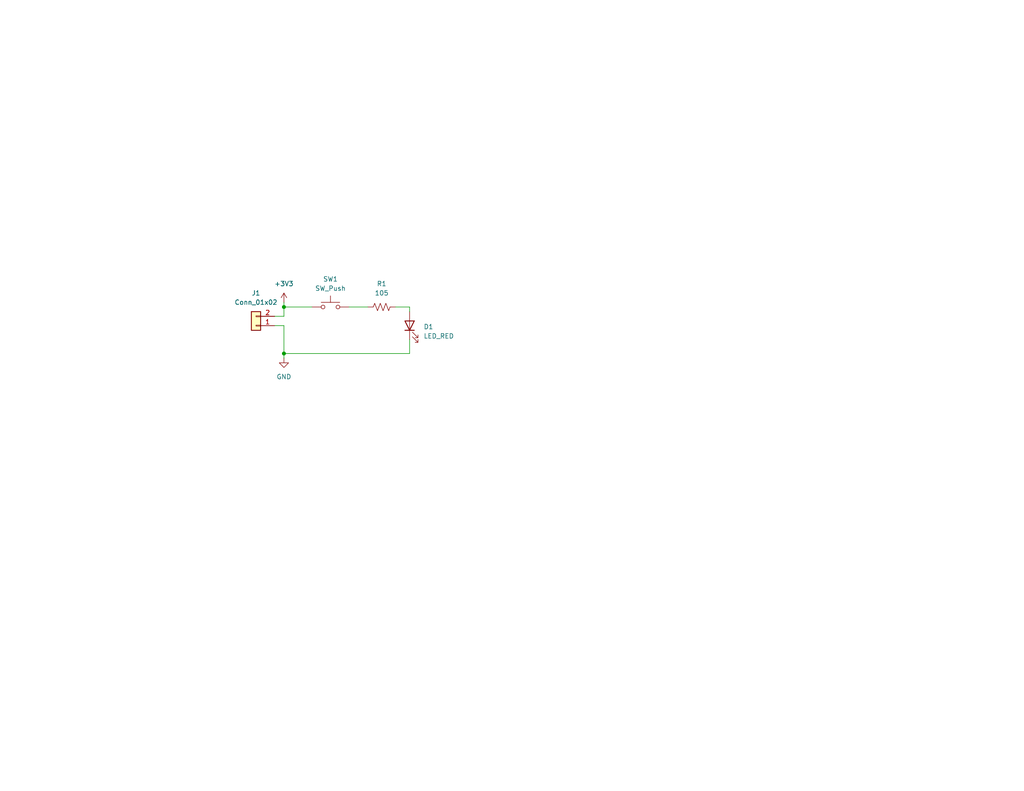
<source format=kicad_sch>
(kicad_sch (version 20230121) (generator eeschema)
  (paper "USLetter")
  (title_block (title "LED_Project") (date "2023-09-11") (rev "1.0") (company "Illini Solar Car") (comment 1 "Designed By: Emre Tan Anik"))
  (lib_symbols
    (symbol "Connector_Generic:Conn_01x02" (pin_names (offset 1.016) hide)
      (property "Reference" "J" (at 0 2.54 0))
      (property "Value" "Conn_01x02" (at 0 -5.08 0))
      (symbol "Conn_01x02_1_1"
        (rectangle (start -1.27 -2.413) (end 0 -2.667) (stroke (width 0.1524)))
        (rectangle (start -1.27 0.127) (end 0 -0.127) (stroke (width 0.1524)))
        (rectangle (start -1.27 1.27) (end 1.27 -3.81) (stroke (width 0.254)) (fill (type background)))
        (pin passive line (at -5.08 0 0) (length 3.81) (name "Pin_1") (number "1"))
        (pin passive line (at -5.08 -2.54 0) (length 3.81) (name "Pin_2") (number "2"))
      )
    )
    (symbol "Switch:SW_Push" (pin_numbers hide) (pin_names (offset 1.016) hide)
      (property "Reference" "SW" (at 1.27 2.54 0))
      (property "Value" "SW_Push" (at 0 -1.524 0))
      (symbol "SW_Push_0_1"
        (circle (center -2.032 0) (radius 0.508))
        (polyline (pts (xy 0 1.27) (xy 0 3.048)))
        (polyline (pts (xy 2.54 1.27) (xy -2.54 1.27)))
        (circle (center 2.032 0) (radius 0.508))
        (pin passive line (at -5.08 0 0) (length 2.54) (name "1") (number "1"))
        (pin passive line (at 5.08 0 180) (length 2.54) (name "2") (number "2"))
      )
    )
    (symbol "device:LED" (pin_numbers hide) (pin_names (offset 1.016) hide)
      (property "Reference" "D" (at 0 2.54 0))
      (property "Value" "LED" (at 0 -2.54 0))
      (symbol "LED_0_1"
        (polyline (pts (xy -1.27 -1.27) (xy -1.27 1.27)) (stroke (width 0.254)))
        (polyline (pts (xy -1.27 0) (xy 1.27 0)))
        (polyline (pts (xy 1.27 -1.27) (xy 1.27 1.27) (xy -1.27 0) (xy 1.27 -1.27)) (stroke (width 0.254)))
        (polyline (pts (xy -3.048 -0.762) (xy -4.572 -2.286) (xy -3.81 -2.286) (xy -4.572 -2.286) (xy -4.572 -1.524)))
        (polyline (pts (xy -1.778 -0.762) (xy -3.302 -2.286) (xy -2.54 -2.286) (xy -3.302 -2.286) (xy -3.302 -1.524)))
      )
      (symbol "LED_1_1"
        (pin passive line (at -3.81 0 0) (length 2.54) (name "K") (number "1"))
        (pin passive line (at 3.81 0 180) (length 2.54) (name "A") (number "2"))
      )
    )
    (symbol "device:R_US" (pin_numbers hide) (pin_names (offset 0))
      (property "Reference" "R" (at 2.54 0 90))
      (property "Value" "R_US" (at -2.54 0 90))
      (symbol "R_US_0_1"
        (polyline (pts (xy 0 -2.286) (xy 0 -2.54)))
        (polyline (pts (xy 0 2.286) (xy 0 2.54)))
        (polyline (pts (xy 0 -0.762) (xy 1.016 -1.143) (xy 0 -1.524) (xy -1.016 -1.905) (xy 0 -2.286)))
        (polyline (pts (xy 0 0.762) (xy 1.016 0.381) (xy 0 0) (xy -1.016 -0.381) (xy 0 -0.762)))
        (polyline (pts (xy 0 2.286) (xy 1.016 1.905) (xy 0 1.524) (xy -1.016 1.143) (xy 0 0.762)))
      )
      (symbol "R_US_1_1"
        (pin passive line (at 0 3.81 270) (length 1.27) (name "~") (number "1"))
        (pin passive line (at 0 -3.81 90) (length 1.27) (name "~") (number "2"))
      )
    )
    (symbol "power:+3V3" (power) (pin_names (offset 0))
      (property "Value" "+3V3" (at 0 3.556 0))
      (symbol "+3V3_0_1"
        (polyline (pts (xy -0.762 1.27) (xy 0 2.54)))
        (polyline (pts (xy 0 0) (xy 0 2.54)))
        (polyline (pts (xy 0 2.54) (xy 0.762 1.27)))
      )
      (symbol "+3V3_1_1"
        (pin power_in line (at 0 0 90) (length 0) hide (name "+3V3") (number "1"))
      )
    )
    (symbol "power:GND" (power) (pin_names (offset 0))
      (property "Value" "GND" (at 0 -3.81 0))
      (symbol "GND_0_1"
        (polyline (pts (xy 0 0) (xy 0 -1.27) (xy 1.27 -1.27) (xy 0 -2.54) (xy -1.27 -1.27) (xy 0 -1.27)))
      )
      (symbol "GND_1_1"
        (pin power_in line (at 0 0 270) (length 0) hide (name "GND") (number "1"))
      )
    )
  )
  (junction (at 77.47 96.52))
  (junction (at 77.47 83.82))
  (wire (pts (xy 77.47 86.36) (xy 74.93 86.36)))
  (wire (pts (xy 77.47 83.82) (xy 77.47 82.55)))
  (wire (pts (xy 107.95 83.82) (xy 111.76 83.82)))
  (wire (pts (xy 77.47 88.9) (xy 74.93 88.9)))
  (wire (pts (xy 77.47 96.52) (xy 77.47 97.79)))
  (wire (pts (xy 77.47 96.52) (xy 77.47 88.9)))
  (wire (pts (xy 111.76 92.71) (xy 111.76 96.52)))
  (wire (pts (xy 77.47 83.82) (xy 77.47 86.36)))
  (wire (pts (xy 77.47 83.82) (xy 85.09 83.82)))
  (wire (pts (xy 111.76 83.82) (xy 111.76 85.09)))
  (wire (pts (xy 95.25 83.82) (xy 100.33 83.82)))
  (wire (pts (xy 111.76 96.52) (xy 77.47 96.52)))
  (symbol (lib_id "power:+3V3") (at 77.47 82.55 0) (unit 1)
    (property "Reference" "#PWR01" (effects hide))
    (property "Value" "+3V3" (at 77.47 77.47 0))
  )
  (symbol (lib_id "Switch:SW_Push") (at 90.17 83.82 0) (unit 1)
    (property "Reference" "SW1" (at 90.17 76.2 0))
    (property "Value" "SW_Push" (at 90.17 78.74 0))
    (property "Footprint" "Button_Switch_SMD:SW_DIP_SPSTx01_Slide_6.7x4.1mm_W8.61mm_P2.54mm_LowProfile" (effects hide))
    (property "Datasheet" "~https://www.te.com/usa-en/product-1825910-6.datasheet.pdf" (effects hide))
    (property "MPN" "1825910-6" (effects hide))
  )
  (symbol (lib_id "device:LED") (at 111.76 88.9 90) (unit 1)
    (property "Reference" "D1" (at 115.57 89.2175 90) (effects (justify right)))
    (property "Value" "LED_RED" (at 115.57 91.7575 90) (effects (justify right)))
    (property "Footprint" "layout:LED_0603_Symbol_on_F.SilkS" (effects hide))
  )
  (symbol (lib_id "Connector_Generic:Conn_01x02") (at 69.85 88.9 180) (unit 1)
    (property "Reference" "J1" (at 69.85 80.01 0))
    (property "Value" "Conn_01x02" (at 69.85 82.55 0))
    (property "Footprint" "Connector_Molex:Molex_KK-254_AE-6410-02A_1x02_P2.54mm_Vertical" (effects hide))
    (property "Datasheet" "https://tools.molex.com/pdm_docs/sd/022272021_sd.pdf" (effects hide))
    (property "MPN" "022272021" (effects hide))
  )
  (symbol (lib_id "power:GND") (at 77.47 97.79 0) (unit 1)
    (property "Reference" "#PWR02" (effects hide))
    (property "Value" "GND" (at 77.47 102.87 0))
  )
  (symbol (lib_id "device:R_US") (at 104.14 83.82 90) (unit 1)
    (property "Reference" "R1" (at 104.14 77.47 90))
    (property "Value" "105" (at 104.14 80.01 90))
    (property "Footprint" "Resistor_SMD:R_0603_1608Metric_Pad0.98x0.95mm_HandSolder" (effects hide))
  )
)
</source>
